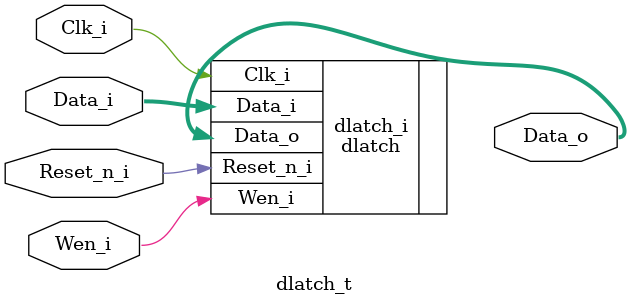
<source format=sv>
module dlatch_t (
    input         Reset_n_i,
    input         Clk_i,
    input         Wen_i,
    input  [15:0] Data_i,
    output [31:0] Data_o
);


  `define INIT_VALUE 32'hDEADBEEF


  dlatch #(.Init(`INIT_VALUE)) dlatch_i (
    .Reset_n_i(Reset_n_i),
    .Clk_i(Clk_i),
    .Wen_i(Wen_i),
    .Data_i(Data_i),
    .Data_o(Data_o)
  );


  reg init_state = 1;

  always @(*)
    if (init_state) assume (!Reset_n_i);

  always @(posedge Clk_i)
    init_state = 0;


  always @(*)
    if (!Reset_n_i) assert (Data_o == `INIT_VALUE);


endmodule


</source>
